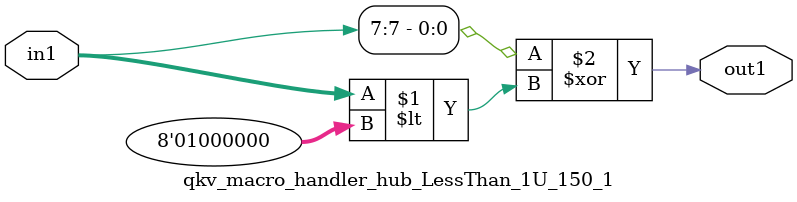
<source format=v>

`timescale 1ps / 1ps


module qkv_macro_handler_hub_LessThan_1U_150_1( in1, out1 );

    input [7:0] in1;
    output out1;

    
    // rtl_process:qkv_macro_handler_hub_LessThan_1U_150_1/qkv_macro_handler_hub_LessThan_1U_150_1_thread_1
    assign out1 = (in1[7] ^ in1 < 8'd064);

endmodule


</source>
